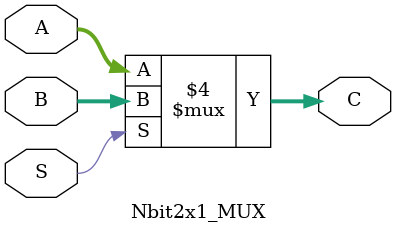
<source format=v>

`timescale 1ns/1ns

module Nbit2x1_MUX #(parameter N=32)(input [N-1:0] A, B, input S, output reg [N-1:0] C);

always @(*)
begin
if(S==1)
C=B;
else
C=A;

end
endmodule
</source>
